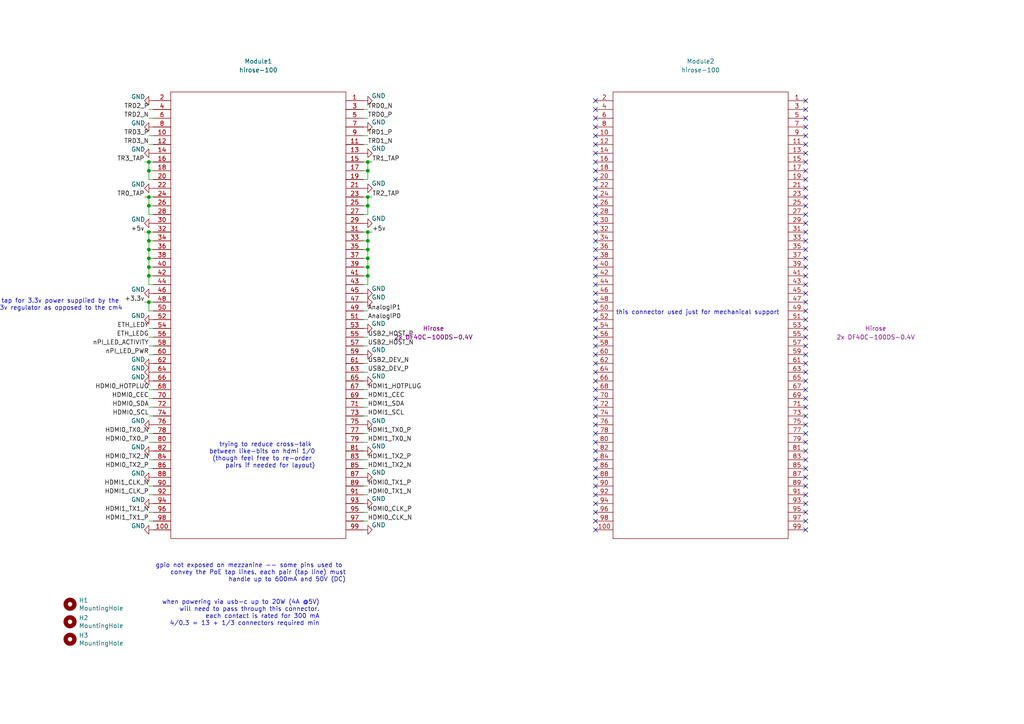
<source format=kicad_sch>
(kicad_sch (version 20210406) (generator eeschema)
  (paper "A4")
  (lib_symbols
    (symbol "Mechanical:MountingHole" (pin_names (offset 1.016))
      (property "Reference" "H" (at 0 5.08 0))
      (property "Value" "MountingHole" (at 0 3.175 0))
      (symbol "MountingHole_0_1"
        (circle (center 0 0) (radius 1.27) (stroke (width 1.27)))
      )
    )
    (symbol "cm4crypto:hirose-100"
      (property "Reference" "Module" (at 2.54 68.58 0))
      (property "Value" "hirose-100" (at -21.59 66.04 0))
      (property "Field4" "Hirose" (at 48.26 -5.08 0))
      (property "Field5" "2x DF40C-100DS-0.4V" (at 48.26 -7.62 0))
      (symbol "hirose-100_1_1"
        (rectangle (start -27.94 -66.04) (end 22.86 63.5))
        (pin passive line (at 27.94 60.96 180) (length 5.08) (name "") (number "1"))
        (pin passive line (at -33.02 50.8 0) (length 5.08) (name "") (number "10"))
        (pin passive line (at -33.02 -63.5 0) (length 5.08) (name "") (number "100"))
        (pin passive line (at 27.94 48.26 180) (length 5.08) (name "") (number "11"))
        (pin passive line (at -33.02 48.26 0) (length 5.08) (name "") (number "12"))
        (pin passive line (at 27.94 45.72 180) (length 5.08) (name "") (number "13"))
        (pin passive line (at -33.02 45.72 0) (length 5.08) (name "") (number "14"))
        (pin passive line (at 27.94 43.18 180) (length 5.08) (name "") (number "15"))
        (pin passive line (at -33.02 43.18 0) (length 5.08) (name "") (number "16"))
        (pin passive line (at 27.94 40.64 180) (length 5.08) (name "") (number "17"))
        (pin passive line (at -33.02 40.64 0) (length 5.08) (name "") (number "18"))
        (pin passive line (at 27.94 38.1 180) (length 5.08) (name "") (number "19"))
        (pin passive line (at -33.02 60.96 0) (length 5.08) (name "") (number "2"))
        (pin passive line (at -33.02 38.1 0) (length 5.08) (name "") (number "20"))
        (pin passive line (at 27.94 35.56 180) (length 5.08) (name "") (number "21"))
        (pin passive line (at -33.02 35.56 0) (length 5.08) (name "") (number "22"))
        (pin passive line (at 27.94 33.02 180) (length 5.08) (name "") (number "23"))
        (pin passive line (at -33.02 33.02 0) (length 5.08) (name "") (number "24"))
        (pin passive line (at 27.94 30.48 180) (length 5.08) (name "") (number "25"))
        (pin passive line (at -33.02 30.48 0) (length 5.08) (name "") (number "26"))
        (pin passive line (at 27.94 27.94 180) (length 5.08) (name "") (number "27"))
        (pin passive line (at -33.02 27.94 0) (length 5.08) (name "") (number "28"))
        (pin passive line (at 27.94 25.4 180) (length 5.08) (name "") (number "29"))
        (pin passive line (at 27.94 58.42 180) (length 5.08) (name "") (number "3"))
        (pin passive line (at -33.02 25.4 0) (length 5.08) (name "") (number "30"))
        (pin passive line (at 27.94 22.86 180) (length 5.08) (name "") (number "31"))
        (pin passive line (at -33.02 22.86 0) (length 5.08) (name "") (number "32"))
        (pin passive line (at 27.94 20.32 180) (length 5.08) (name "") (number "33"))
        (pin passive line (at -33.02 20.32 0) (length 5.08) (name "") (number "34"))
        (pin passive line (at 27.94 17.78 180) (length 5.08) (name "") (number "35"))
        (pin passive line (at -33.02 17.78 0) (length 5.08) (name "") (number "36"))
        (pin passive line (at 27.94 15.24 180) (length 5.08) (name "") (number "37"))
        (pin passive line (at -33.02 15.24 0) (length 5.08) (name "") (number "38"))
        (pin passive line (at 27.94 12.7 180) (length 5.08) (name "") (number "39"))
        (pin passive line (at -33.02 58.42 0) (length 5.08) (name "") (number "4"))
        (pin passive line (at -33.02 12.7 0) (length 5.08) (name "") (number "40"))
        (pin passive line (at 27.94 10.16 180) (length 5.08) (name "") (number "41"))
        (pin passive line (at -33.02 10.16 0) (length 5.08) (name "") (number "42"))
        (pin passive line (at 27.94 7.62 180) (length 5.08) (name "") (number "43"))
        (pin passive line (at -33.02 7.62 0) (length 5.08) (name "") (number "44"))
        (pin passive line (at 27.94 5.08 180) (length 5.08) (name "") (number "45"))
        (pin passive line (at -33.02 5.08 0) (length 5.08) (name "") (number "46"))
        (pin passive line (at 27.94 2.54 180) (length 5.08) (name "") (number "47"))
        (pin passive line (at -33.02 2.54 0) (length 5.08) (name "") (number "48"))
        (pin passive line (at 27.94 0 180) (length 5.08) (name "") (number "49"))
        (pin passive line (at 27.94 55.88 180) (length 5.08) (name "") (number "5"))
        (pin passive line (at -33.02 0 0) (length 5.08) (name "") (number "50"))
        (pin passive line (at 27.94 -2.54 180) (length 5.08) (name "") (number "51"))
        (pin passive line (at -33.02 -2.54 0) (length 5.08) (name "") (number "52"))
        (pin passive line (at 27.94 -5.08 180) (length 5.08) (name "") (number "53"))
        (pin passive line (at -33.02 -5.08 0) (length 5.08) (name "") (number "54"))
        (pin passive line (at 27.94 -7.62 180) (length 5.08) (name "") (number "55"))
        (pin passive line (at -33.02 -7.62 0) (length 5.08) (name "") (number "56"))
        (pin passive line (at 27.94 -10.16 180) (length 5.08) (name "") (number "57"))
        (pin passive line (at -33.02 -10.16 0) (length 5.08) (name "") (number "58"))
        (pin passive line (at 27.94 -12.7 180) (length 5.08) (name "") (number "59"))
        (pin passive line (at -33.02 55.88 0) (length 5.08) (name "") (number "6"))
        (pin passive line (at -33.02 -12.7 0) (length 5.08) (name "") (number "60"))
        (pin passive line (at 27.94 -15.24 180) (length 5.08) (name "") (number "61"))
        (pin passive line (at -33.02 -15.24 0) (length 5.08) (name "") (number "62"))
        (pin passive line (at 27.94 -17.78 180) (length 5.08) (name "") (number "63"))
        (pin passive line (at -33.02 -17.78 0) (length 5.08) (name "") (number "64"))
        (pin passive line (at 27.94 -20.32 180) (length 5.08) (name "") (number "65"))
        (pin passive line (at -33.02 -20.32 0) (length 5.08) (name "") (number "66"))
        (pin passive line (at 27.94 -22.86 180) (length 5.08) (name "") (number "67"))
        (pin passive line (at -33.02 -22.86 0) (length 5.08) (name "") (number "68"))
        (pin passive line (at 27.94 -25.4 180) (length 5.08) (name "") (number "69"))
        (pin passive line (at 27.94 53.34 180) (length 5.08) (name "") (number "7"))
        (pin passive line (at -33.02 -25.4 0) (length 5.08) (name "") (number "70"))
        (pin passive line (at 27.94 -27.94 180) (length 5.08) (name "") (number "71"))
        (pin passive line (at -33.02 -27.94 0) (length 5.08) (name "") (number "72"))
        (pin passive line (at 27.94 -30.48 180) (length 5.08) (name "") (number "73"))
        (pin passive line (at -33.02 -30.48 0) (length 5.08) (name "") (number "74"))
        (pin passive line (at 27.94 -33.02 180) (length 5.08) (name "") (number "75"))
        (pin passive line (at -33.02 -33.02 0) (length 5.08) (name "") (number "76"))
        (pin passive line (at 27.94 -35.56 180) (length 5.08) (name "") (number "77"))
        (pin passive line (at -33.02 -35.56 0) (length 5.08) (name "") (number "78"))
        (pin passive line (at 27.94 -38.1 180) (length 5.08) (name "") (number "79"))
        (pin passive line (at -33.02 53.34 0) (length 5.08) (name "") (number "8"))
        (pin passive line (at -33.02 -38.1 0) (length 5.08) (name "") (number "80"))
        (pin passive line (at 27.94 -40.64 180) (length 5.08) (name "") (number "81"))
        (pin passive line (at -33.02 -40.64 0) (length 5.08) (name "") (number "82"))
        (pin passive line (at 27.94 -43.18 180) (length 5.08) (name "") (number "83"))
        (pin passive line (at -33.02 -43.18 0) (length 5.08) (name "") (number "84"))
        (pin passive line (at 27.94 -45.72 180) (length 5.08) (name "") (number "85"))
        (pin passive line (at -33.02 -45.72 0) (length 5.08) (name "") (number "86"))
        (pin passive line (at 27.94 -48.26 180) (length 5.08) (name "") (number "87"))
        (pin passive line (at -33.02 -48.26 0) (length 5.08) (name "") (number "88"))
        (pin passive line (at 27.94 -50.8 180) (length 5.08) (name "") (number "89"))
        (pin passive line (at 27.94 50.8 180) (length 5.08) (name "") (number "9"))
        (pin passive line (at -33.02 -50.8 0) (length 5.08) (name "") (number "90"))
        (pin passive line (at 27.94 -53.34 180) (length 5.08) (name "") (number "91"))
        (pin passive line (at -33.02 -53.34 0) (length 5.08) (name "") (number "92"))
        (pin passive line (at 27.94 -55.88 180) (length 5.08) (name "") (number "93"))
        (pin passive line (at -33.02 -55.88 0) (length 5.08) (name "") (number "94"))
        (pin passive line (at 27.94 -58.42 180) (length 5.08) (name "") (number "95"))
        (pin passive line (at -33.02 -58.42 0) (length 5.08) (name "") (number "96"))
        (pin passive line (at 27.94 -60.96 180) (length 5.08) (name "") (number "97"))
        (pin passive line (at -33.02 -60.96 0) (length 5.08) (name "") (number "98"))
        (pin passive line (at 27.94 -63.5 180) (length 5.08) (name "") (number "99"))
      )
    )
    (symbol "power:GND" (power) (pin_names (offset 0))
      (property "Value" "GND" (at 0 -3.81 0))
      (symbol "GND_0_1"
        (polyline (pts (xy 0 0) (xy 0 -1.27) (xy 1.27 -1.27) (xy 0 -2.54) (xy -1.27 -1.27) (xy 0 -1.27)))
      )
      (symbol "GND_1_1"
        (pin power_in line (at 0 0 270) (length 0) hide (name "GND") (number "1"))
      )
    )
  )
  (junction (at 17.78 222.25) (diameter 0.9144))
  (junction (at 43.18 46.99) (diameter 0.9144))
  (junction (at 43.18 49.53) (diameter 0.9144))
  (junction (at 43.18 57.15) (diameter 0.9144))
  (junction (at 43.18 59.69) (diameter 0.9144))
  (junction (at 43.18 67.31) (diameter 0.9144))
  (junction (at 43.18 69.85) (diameter 0.9144))
  (junction (at 43.18 72.39) (diameter 0.9144))
  (junction (at 43.18 74.93) (diameter 0.9144))
  (junction (at 43.18 77.47) (diameter 0.9144))
  (junction (at 43.18 80.01) (diameter 0.9144))
  (junction (at 43.18 87.63) (diameter 0.9144))
  (junction (at 106.68 46.99) (diameter 0.9144))
  (junction (at 106.68 49.53) (diameter 0.9144))
  (junction (at 106.68 57.15) (diameter 0.9144))
  (junction (at 106.68 59.69) (diameter 0.9144))
  (junction (at 106.68 67.31) (diameter 0.9144))
  (junction (at 106.68 69.85) (diameter 0.9144))
  (junction (at 106.68 72.39) (diameter 0.9144))
  (junction (at 106.68 74.93) (diameter 0.9144))
  (junction (at 106.68 77.47) (diameter 0.9144))
  (junction (at 106.68 80.01) (diameter 0.9144))
  (no_connect (at 172.72 29.21))
  (no_connect (at 172.72 31.75))
  (no_connect (at 172.72 34.29))
  (no_connect (at 172.72 36.83))
  (no_connect (at 172.72 39.37))
  (no_connect (at 172.72 41.91))
  (no_connect (at 172.72 44.45))
  (no_connect (at 172.72 46.99))
  (no_connect (at 172.72 49.53))
  (no_connect (at 172.72 52.07))
  (no_connect (at 172.72 54.61))
  (no_connect (at 172.72 57.15))
  (no_connect (at 172.72 59.69))
  (no_connect (at 172.72 62.23))
  (no_connect (at 172.72 64.77))
  (no_connect (at 172.72 67.31))
  (no_connect (at 172.72 69.85))
  (no_connect (at 172.72 72.39))
  (no_connect (at 172.72 74.93))
  (no_connect (at 172.72 77.47))
  (no_connect (at 172.72 80.01))
  (no_connect (at 172.72 82.55))
  (no_connect (at 172.72 85.09))
  (no_connect (at 172.72 87.63))
  (no_connect (at 172.72 90.17))
  (no_connect (at 172.72 92.71))
  (no_connect (at 172.72 95.25))
  (no_connect (at 172.72 97.79))
  (no_connect (at 172.72 100.33))
  (no_connect (at 172.72 102.87))
  (no_connect (at 172.72 105.41))
  (no_connect (at 172.72 107.95))
  (no_connect (at 172.72 110.49))
  (no_connect (at 172.72 113.03))
  (no_connect (at 172.72 115.57))
  (no_connect (at 172.72 118.11))
  (no_connect (at 172.72 120.65))
  (no_connect (at 172.72 123.19))
  (no_connect (at 172.72 125.73))
  (no_connect (at 172.72 128.27))
  (no_connect (at 172.72 130.81))
  (no_connect (at 172.72 133.35))
  (no_connect (at 172.72 135.89))
  (no_connect (at 172.72 138.43))
  (no_connect (at 172.72 140.97))
  (no_connect (at 172.72 143.51))
  (no_connect (at 172.72 146.05))
  (no_connect (at 172.72 148.59))
  (no_connect (at 172.72 151.13))
  (no_connect (at 172.72 153.67))
  (no_connect (at 233.68 29.21))
  (no_connect (at 233.68 31.75))
  (no_connect (at 233.68 34.29))
  (no_connect (at 233.68 36.83))
  (no_connect (at 233.68 39.37))
  (no_connect (at 233.68 41.91))
  (no_connect (at 233.68 44.45))
  (no_connect (at 233.68 46.99))
  (no_connect (at 233.68 49.53))
  (no_connect (at 233.68 52.07))
  (no_connect (at 233.68 54.61))
  (no_connect (at 233.68 57.15))
  (no_connect (at 233.68 59.69))
  (no_connect (at 233.68 62.23))
  (no_connect (at 233.68 64.77))
  (no_connect (at 233.68 67.31))
  (no_connect (at 233.68 69.85))
  (no_connect (at 233.68 72.39))
  (no_connect (at 233.68 74.93))
  (no_connect (at 233.68 77.47))
  (no_connect (at 233.68 80.01))
  (no_connect (at 233.68 82.55))
  (no_connect (at 233.68 85.09))
  (no_connect (at 233.68 87.63))
  (no_connect (at 233.68 90.17))
  (no_connect (at 233.68 92.71))
  (no_connect (at 233.68 95.25))
  (no_connect (at 233.68 97.79))
  (no_connect (at 233.68 100.33))
  (no_connect (at 233.68 102.87))
  (no_connect (at 233.68 105.41))
  (no_connect (at 233.68 107.95))
  (no_connect (at 233.68 110.49))
  (no_connect (at 233.68 113.03))
  (no_connect (at 233.68 115.57))
  (no_connect (at 233.68 118.11))
  (no_connect (at 233.68 120.65))
  (no_connect (at 233.68 123.19))
  (no_connect (at 233.68 125.73))
  (no_connect (at 233.68 128.27))
  (no_connect (at 233.68 130.81))
  (no_connect (at 233.68 133.35))
  (no_connect (at 233.68 135.89))
  (no_connect (at 233.68 138.43))
  (no_connect (at 233.68 140.97))
  (no_connect (at 233.68 143.51))
  (no_connect (at 233.68 146.05))
  (no_connect (at 233.68 148.59))
  (no_connect (at 233.68 151.13))
  (no_connect (at 233.68 153.67))
  (wire (pts (xy 16.51 222.25) (xy 17.78 222.25)))
  (wire (pts (xy 17.78 222.25) (xy 17.78 241.3)))
  (wire (pts (xy 17.78 222.25) (xy 19.05 222.25)))
  (wire (pts (xy 17.78 250.19) (xy 19.05 250.19)))
  (wire (pts (xy 19.05 241.3) (xy 17.78 241.3)))
  (wire (pts (xy 41.91 46.99) (xy 43.18 46.99)))
  (wire (pts (xy 41.91 57.15) (xy 43.18 57.15)))
  (wire (pts (xy 41.91 67.31) (xy 43.18 67.31)))
  (wire (pts (xy 41.91 87.63) (xy 43.18 87.63)))
  (wire (pts (xy 43.18 46.99) (xy 43.18 49.53)))
  (wire (pts (xy 43.18 49.53) (xy 43.18 52.07)))
  (wire (pts (xy 43.18 57.15) (xy 43.18 59.69)))
  (wire (pts (xy 43.18 57.15) (xy 44.45 57.15)))
  (wire (pts (xy 43.18 59.69) (xy 43.18 62.23)))
  (wire (pts (xy 43.18 59.69) (xy 44.45 59.69)))
  (wire (pts (xy 43.18 62.23) (xy 44.45 62.23)))
  (wire (pts (xy 43.18 67.31) (xy 43.18 69.85)))
  (wire (pts (xy 43.18 69.85) (xy 43.18 72.39)))
  (wire (pts (xy 43.18 72.39) (xy 43.18 74.93)))
  (wire (pts (xy 43.18 74.93) (xy 43.18 77.47)))
  (wire (pts (xy 43.18 77.47) (xy 43.18 80.01)))
  (wire (pts (xy 43.18 80.01) (xy 44.45 80.01)))
  (wire (pts (xy 43.18 82.55) (xy 43.18 80.01)))
  (wire (pts (xy 43.18 87.63) (xy 43.18 90.17)))
  (wire (pts (xy 43.18 87.63) (xy 44.45 87.63)))
  (wire (pts (xy 43.18 90.17) (xy 44.45 90.17)))
  (wire (pts (xy 43.18 120.65) (xy 44.45 120.65)))
  (wire (pts (xy 43.18 125.73) (xy 44.45 125.73)))
  (wire (pts (xy 43.18 128.27) (xy 44.45 128.27)))
  (wire (pts (xy 43.18 133.35) (xy 44.45 133.35)))
  (wire (pts (xy 43.18 135.89) (xy 44.45 135.89)))
  (wire (pts (xy 43.18 140.97) (xy 44.45 140.97)))
  (wire (pts (xy 43.18 143.51) (xy 44.45 143.51)))
  (wire (pts (xy 43.18 148.59) (xy 44.45 148.59)))
  (wire (pts (xy 43.18 151.13) (xy 44.45 151.13)))
  (wire (pts (xy 43.18 222.25) (xy 44.45 222.25)))
  (wire (pts (xy 43.18 224.79) (xy 44.45 224.79)))
  (wire (pts (xy 43.18 228.6) (xy 44.45 228.6)))
  (wire (pts (xy 43.18 231.14) (xy 44.45 231.14)))
  (wire (pts (xy 43.18 234.95) (xy 44.45 234.95)))
  (wire (pts (xy 43.18 237.49) (xy 44.45 237.49)))
  (wire (pts (xy 43.18 250.19) (xy 44.45 250.19)))
  (wire (pts (xy 43.18 252.73) (xy 44.45 252.73)))
  (wire (pts (xy 43.18 255.27) (xy 44.45 255.27)))
  (wire (pts (xy 43.18 257.81) (xy 44.45 257.81)))
  (wire (pts (xy 43.18 260.35) (xy 44.45 260.35)))
  (wire (pts (xy 43.18 262.89) (xy 44.45 262.89)))
  (wire (pts (xy 43.18 265.43) (xy 44.45 265.43)))
  (wire (pts (xy 43.18 267.97) (xy 44.45 267.97)))
  (wire (pts (xy 43.18 270.51) (xy 44.45 270.51)))
  (wire (pts (xy 43.18 273.05) (xy 44.45 273.05)))
  (wire (pts (xy 43.18 275.59) (xy 44.45 275.59)))
  (wire (pts (xy 43.18 278.13) (xy 44.45 278.13)))
  (wire (pts (xy 43.18 283.21) (xy 44.45 283.21)))
  (wire (pts (xy 43.18 285.75) (xy 44.45 285.75)))
  (wire (pts (xy 43.18 288.29) (xy 44.45 288.29)))
  (wire (pts (xy 43.18 290.83) (xy 44.45 290.83)))
  (wire (pts (xy 43.18 293.37) (xy 44.45 293.37)))
  (wire (pts (xy 43.18 295.91) (xy 44.45 295.91)))
  (wire (pts (xy 43.18 298.45) (xy 44.45 298.45)))
  (wire (pts (xy 43.18 300.99) (xy 44.45 300.99)))
  (wire (pts (xy 43.18 303.53) (xy 44.45 303.53)))
  (wire (pts (xy 43.18 306.07) (xy 44.45 306.07)))
  (wire (pts (xy 43.18 308.61) (xy 44.45 308.61)))
  (wire (pts (xy 43.18 311.15) (xy 44.45 311.15)))
  (wire (pts (xy 44.45 31.75) (xy 43.18 31.75)))
  (wire (pts (xy 44.45 34.29) (xy 43.18 34.29)))
  (wire (pts (xy 44.45 39.37) (xy 43.18 39.37)))
  (wire (pts (xy 44.45 41.91) (xy 43.18 41.91)))
  (wire (pts (xy 44.45 46.99) (xy 43.18 46.99)))
  (wire (pts (xy 44.45 49.53) (xy 43.18 49.53)))
  (wire (pts (xy 44.45 52.07) (xy 43.18 52.07)))
  (wire (pts (xy 44.45 67.31) (xy 43.18 67.31)))
  (wire (pts (xy 44.45 69.85) (xy 43.18 69.85)))
  (wire (pts (xy 44.45 72.39) (xy 43.18 72.39)))
  (wire (pts (xy 44.45 74.93) (xy 43.18 74.93)))
  (wire (pts (xy 44.45 77.47) (xy 43.18 77.47)))
  (wire (pts (xy 44.45 82.55) (xy 43.18 82.55)))
  (wire (pts (xy 44.45 95.25) (xy 43.18 95.25)))
  (wire (pts (xy 44.45 97.79) (xy 43.18 97.79)))
  (wire (pts (xy 44.45 100.33) (xy 43.18 100.33)))
  (wire (pts (xy 44.45 102.87) (xy 43.18 102.87)))
  (wire (pts (xy 44.45 113.03) (xy 43.18 113.03)))
  (wire (pts (xy 44.45 115.57) (xy 43.18 115.57)))
  (wire (pts (xy 44.45 118.11) (xy 43.18 118.11)))
  (wire (pts (xy 72.39 222.25) (xy 73.66 222.25)))
  (wire (pts (xy 72.39 248.92) (xy 73.66 248.92)))
  (wire (pts (xy 92.71 248.92) (xy 93.98 248.92)))
  (wire (pts (xy 92.71 251.46) (xy 93.98 251.46)))
  (wire (pts (xy 92.71 255.27) (xy 93.98 255.27)))
  (wire (pts (xy 92.71 257.81) (xy 93.98 257.81)))
  (wire (pts (xy 92.71 261.62) (xy 93.98 261.62)))
  (wire (pts (xy 92.71 264.16) (xy 93.98 264.16)))
  (wire (pts (xy 92.71 267.97) (xy 93.98 267.97)))
  (wire (pts (xy 92.71 270.51) (xy 93.98 270.51)))
  (wire (pts (xy 92.71 274.32) (xy 93.98 274.32)))
  (wire (pts (xy 92.71 276.86) (xy 93.98 276.86)))
  (wire (pts (xy 92.71 280.67) (xy 93.98 280.67)))
  (wire (pts (xy 92.71 283.21) (xy 93.98 283.21)))
  (wire (pts (xy 92.71 285.75) (xy 93.98 285.75)))
  (wire (pts (xy 92.71 288.29) (xy 93.98 288.29)))
  (wire (pts (xy 97.79 222.25) (xy 99.06 222.25)))
  (wire (pts (xy 97.79 224.79) (xy 99.06 224.79)))
  (wire (pts (xy 105.41 46.99) (xy 106.68 46.99)))
  (wire (pts (xy 105.41 49.53) (xy 106.68 49.53)))
  (wire (pts (xy 105.41 67.31) (xy 106.68 67.31)))
  (wire (pts (xy 105.41 69.85) (xy 106.68 69.85)))
  (wire (pts (xy 105.41 72.39) (xy 106.68 72.39)))
  (wire (pts (xy 105.41 74.93) (xy 106.68 74.93)))
  (wire (pts (xy 105.41 77.47) (xy 106.68 77.47)))
  (wire (pts (xy 105.41 82.55) (xy 106.68 82.55)))
  (wire (pts (xy 105.41 97.79) (xy 106.68 97.79)))
  (wire (pts (xy 105.41 100.33) (xy 106.68 100.33)))
  (wire (pts (xy 105.41 105.41) (xy 106.68 105.41)))
  (wire (pts (xy 105.41 107.95) (xy 106.68 107.95)))
  (wire (pts (xy 105.41 113.03) (xy 106.68 113.03)))
  (wire (pts (xy 105.41 115.57) (xy 106.68 115.57)))
  (wire (pts (xy 105.41 118.11) (xy 106.68 118.11)))
  (wire (pts (xy 105.41 120.65) (xy 106.68 120.65)))
  (wire (pts (xy 106.68 31.75) (xy 105.41 31.75)))
  (wire (pts (xy 106.68 34.29) (xy 105.41 34.29)))
  (wire (pts (xy 106.68 39.37) (xy 105.41 39.37)))
  (wire (pts (xy 106.68 41.91) (xy 105.41 41.91)))
  (wire (pts (xy 106.68 46.99) (xy 106.68 49.53)))
  (wire (pts (xy 106.68 49.53) (xy 106.68 52.07)))
  (wire (pts (xy 106.68 52.07) (xy 105.41 52.07)))
  (wire (pts (xy 106.68 57.15) (xy 105.41 57.15)))
  (wire (pts (xy 106.68 57.15) (xy 106.68 59.69)))
  (wire (pts (xy 106.68 59.69) (xy 105.41 59.69)))
  (wire (pts (xy 106.68 59.69) (xy 106.68 62.23)))
  (wire (pts (xy 106.68 62.23) (xy 105.41 62.23)))
  (wire (pts (xy 106.68 67.31) (xy 106.68 69.85)))
  (wire (pts (xy 106.68 69.85) (xy 106.68 72.39)))
  (wire (pts (xy 106.68 72.39) (xy 106.68 74.93)))
  (wire (pts (xy 106.68 74.93) (xy 106.68 77.47)))
  (wire (pts (xy 106.68 77.47) (xy 106.68 80.01)))
  (wire (pts (xy 106.68 80.01) (xy 105.41 80.01)))
  (wire (pts (xy 106.68 82.55) (xy 106.68 80.01)))
  (wire (pts (xy 106.68 90.17) (xy 105.41 90.17)))
  (wire (pts (xy 106.68 92.71) (xy 105.41 92.71)))
  (wire (pts (xy 106.68 125.73) (xy 105.41 125.73)))
  (wire (pts (xy 106.68 128.27) (xy 105.41 128.27)))
  (wire (pts (xy 106.68 133.35) (xy 105.41 133.35)))
  (wire (pts (xy 106.68 135.89) (xy 105.41 135.89)))
  (wire (pts (xy 106.68 140.97) (xy 105.41 140.97)))
  (wire (pts (xy 106.68 143.51) (xy 105.41 143.51)))
  (wire (pts (xy 106.68 148.59) (xy 105.41 148.59)))
  (wire (pts (xy 106.68 151.13) (xy 105.41 151.13)))
  (wire (pts (xy 107.95 46.99) (xy 106.68 46.99)))
  (wire (pts (xy 107.95 57.15) (xy 106.68 57.15)))
  (wire (pts (xy 107.95 67.31) (xy 106.68 67.31)))
  (text "this is a tap for 3.3v power supplied by the \nmain 3.3v regulator as opposed to the cm4" (at 35.56 90.17 0) (effects (font (size 1.27 1.27)) (justify right bottom)))
  (text "trying to reduce cross-talk \nbetween like-bits on hdmi 1/0\n(though feel free to re-order \npairs if needed for layout)" (at 91.44 135.89 0) (effects (font (size 1.27 1.27)) (justify right bottom)))
  (text "when powering via usb-c up to 20W (4A @5V)\nwill need to pass through this connector.\neach contact is rated for 300 mA\n4/0.3 = 13 + 1/3 connectors required min" (at 92.71 181.61 0) (effects (font (size 1.27 1.27)) (justify right bottom)))
  (text "gpio not exposed on mezzanine -- some pins used to \nconvey the PoE tap lines. each pair (tap line) must\nhandle up to 600mA and 50V (DC)" (at 100.33 168.91 0) (effects (font (size 1.27 1.27)) (justify right bottom)))
  (text "this connector used just for mechanical support" (at 226.06 91.44 180) (effects (font (size 1.27 1.27)) (justify right bottom)))
  (label "+5v" (at 16.51 222.25 180))
  (label "+5v" (at 17.78 250.19 180))
  (label "TR3_TAP" (at 41.91 46.99 180))
  (label "TR0_TAP" (at 41.91 57.15 180))
  (label "+5v" (at 41.91 67.31 180))
  (label "+3.3v" (at 41.91 87.63 180))
  (label "TRD2_P" (at 43.18 31.75 180))
  (label "TRD2_N" (at 43.18 34.29 180))
  (label "TRD3_P" (at 43.18 39.37 180))
  (label "TRD3_N" (at 43.18 41.91 180))
  (label "ETH_LEDY" (at 43.18 95.25 180))
  (label "ETH_LEDG" (at 43.18 97.79 180))
  (label "nPI_LED_ACTIVITY" (at 43.18 100.33 180))
  (label "nPI_LED_PWR" (at 43.18 102.87 180))
  (label "HDMI0_HOTPLUG" (at 43.18 113.03 180))
  (label "HDMI0_CEC" (at 43.18 115.57 180))
  (label "HDMI0_SDA" (at 43.18 118.11 180))
  (label "HDMI0_SCL" (at 43.18 120.65 180))
  (label "HDMI0_TX0_N" (at 43.18 125.73 180))
  (label "HDMI0_TX0_P" (at 43.18 128.27 180))
  (label "HDMI0_TX2_N" (at 43.18 133.35 180))
  (label "HDMI0_TX2_P" (at 43.18 135.89 180))
  (label "HDMI1_CLK_N" (at 43.18 140.97 180))
  (label "HDMI1_CLK_P" (at 43.18 143.51 180))
  (label "HDMI1_TX1_N" (at 43.18 148.59 180))
  (label "HDMI1_TX1_P" (at 43.18 151.13 180))
  (label "USB2_HOST_N" (at 44.45 222.25 0))
  (label "USB2_HOST_P" (at 44.45 224.79 0))
  (label "USB2_DEV_P" (at 44.45 228.6 0))
  (label "USB2_DEV_N" (at 44.45 231.14 0))
  (label "AnalogIP0" (at 44.45 234.95 0))
  (label "AnalogIP1" (at 44.45 237.49 0))
  (label "HDMI0_TX2_N" (at 44.45 250.19 0))
  (label "HDMI0_TX2_P" (at 44.45 252.73 0))
  (label "HDMI0_TX1_N" (at 44.45 255.27 0))
  (label "HDMI0_TX1_P" (at 44.45 257.81 0))
  (label "HDMI0_TX0_N" (at 44.45 260.35 0))
  (label "HDMI0_TX0_P" (at 44.45 262.89 0))
  (label "HDMI0_CLK_N" (at 44.45 265.43 0))
  (label "HDMI0_CLK_P" (at 44.45 267.97 0))
  (label "HDMI0_CEC" (at 44.45 270.51 0))
  (label "HDMI0_SCL" (at 44.45 273.05 0))
  (label "HDMI0_SDA" (at 44.45 275.59 0))
  (label "HDMI0_HOTPLUG" (at 44.45 278.13 0))
  (label "HDMI1_TX2_N" (at 44.45 283.21 0))
  (label "HDMI1_TX2_P" (at 44.45 285.75 0))
  (label "HDMI1_TX1_N" (at 44.45 288.29 0))
  (label "HDMI1_TX1_P" (at 44.45 290.83 0))
  (label "HDMI1_TX0_N" (at 44.45 293.37 0))
  (label "HDMI1_TX0_P" (at 44.45 295.91 0))
  (label "HDMI1_CLK_N" (at 44.45 298.45 0))
  (label "HDMI1_CLK_P" (at 44.45 300.99 0))
  (label "HDMI1_CEC" (at 44.45 303.53 0))
  (label "HDMI1_SCL" (at 44.45 306.07 0))
  (label "HDMI1_SDA" (at 44.45 308.61 0))
  (label "HDMI1_HOTPLUG" (at 44.45 311.15 0))
  (label "+3.3v" (at 72.39 222.25 180))
  (label "+3.3v" (at 72.39 248.92 180))
  (label "TRD3_N" (at 93.98 248.92 0))
  (label "TRD3_P" (at 93.98 251.46 0))
  (label "TRD2_N" (at 93.98 255.27 0))
  (label "TRD2_P" (at 93.98 257.81 0))
  (label "TRD1_N" (at 93.98 261.62 0))
  (label "TRD1_P" (at 93.98 264.16 0))
  (label "TRD0_N" (at 93.98 267.97 0))
  (label "TRD0_P" (at 93.98 270.51 0))
  (label "ETH_LEDG" (at 93.98 274.32 0))
  (label "ETH_LEDY" (at 93.98 276.86 0))
  (label "TR0_TAP" (at 93.98 280.67 0))
  (label "TR1_TAP" (at 93.98 283.21 0))
  (label "TR2_TAP" (at 93.98 285.75 0))
  (label "TR3_TAP" (at 93.98 288.29 0))
  (label "nPI_LED_PWR" (at 99.06 222.25 0))
  (label "nPI_LED_ACTIVITY" (at 99.06 224.79 0))
  (label "TRD0_N" (at 106.68 31.75 0))
  (label "TRD0_P" (at 106.68 34.29 0))
  (label "TRD1_P" (at 106.68 39.37 0))
  (label "TRD1_N" (at 106.68 41.91 0))
  (label "AnalogIP1" (at 106.68 90.17 0))
  (label "AnalogIP0" (at 106.68 92.71 0))
  (label "USB2_HOST_P" (at 106.68 97.79 0))
  (label "USB2_HOST_N" (at 106.68 100.33 0))
  (label "USB2_DEV_N" (at 106.68 105.41 0))
  (label "USB2_DEV_P" (at 106.68 107.95 0))
  (label "HDMI1_HOTPLUG" (at 106.68 113.03 0))
  (label "HDMI1_CEC" (at 106.68 115.57 0))
  (label "HDMI1_SDA" (at 106.68 118.11 0))
  (label "HDMI1_SCL" (at 106.68 120.65 0))
  (label "HDMI1_TX0_P" (at 106.68 125.73 0))
  (label "HDMI1_TX0_N" (at 106.68 128.27 0))
  (label "HDMI1_TX2_P" (at 106.68 133.35 0))
  (label "HDMI1_TX2_N" (at 106.68 135.89 0))
  (label "HDMI0_TX1_P" (at 106.68 140.97 0))
  (label "HDMI0_TX1_N" (at 106.68 143.51 0))
  (label "HDMI0_CLK_P" (at 106.68 148.59 0))
  (label "HDMI0_CLK_N" (at 106.68 151.13 0))
  (label "TR1_TAP" (at 107.95 46.99 0))
  (label "TR2_TAP" (at 107.95 57.15 0))
  (label "+5v" (at 107.95 67.31 0))
  (symbol (lib_id "power:GND") (at 44.45 29.21 270) (unit 1)
    (property "Reference" "#PWR01" (effects hide))
    (property "Value" "GND" (at 40.0558 28.067 90))
  )
  (symbol (lib_id "power:GND") (at 44.45 36.83 270) (unit 1)
    (property "Reference" "#PWR03" (effects hide))
    (property "Value" "GND" (at 40.0558 35.687 90))
  )
  (symbol (lib_id "power:GND") (at 44.45 44.45 270) (unit 1)
    (property "Reference" "#PWR05" (effects hide))
    (property "Value" "GND" (at 40.0558 43.307 90))
  )
  (symbol (lib_id "power:GND") (at 44.45 54.61 270) (unit 1)
    (property "Reference" "#PWR07" (effects hide))
    (property "Value" "GND" (at 40.0558 53.467 90))
  )
  (symbol (lib_id "power:GND") (at 44.45 64.77 270) (unit 1)
    (property "Reference" "#PWR09" (effects hide))
    (property "Value" "GND" (at 40.0558 63.627 90))
  )
  (symbol (lib_id "power:GND") (at 44.45 85.09 270) (unit 1)
    (property "Reference" "#PWR011" (effects hide))
    (property "Value" "GND" (at 40.0558 83.947 90))
  )
  (symbol (lib_id "power:GND") (at 44.45 92.71 270) (unit 1)
    (property "Reference" "#PWR014" (effects hide))
    (property "Value" "GND" (at 40.0558 91.567 90))
  )
  (symbol (lib_id "power:GND") (at 44.45 105.41 270) (unit 1)
    (property "Reference" "#PWR017" (effects hide))
    (property "Value" "GND" (at 40.0558 104.267 90))
  )
  (symbol (lib_id "power:GND") (at 44.45 107.95 270) (unit 1)
    (property "Reference" "#PWR018" (effects hide))
    (property "Value" "GND" (at 40.0558 106.807 90))
  )
  (symbol (lib_id "power:GND") (at 44.45 110.49 270) (unit 1)
    (property "Reference" "#PWR019" (effects hide))
    (property "Value" "GND" (at 40.0558 109.347 90))
  )
  (symbol (lib_id "power:GND") (at 44.45 123.19 270) (unit 1)
    (property "Reference" "#PWR021" (effects hide))
    (property "Value" "GND" (at 40.0558 122.047 90))
  )
  (symbol (lib_id "power:GND") (at 44.45 130.81 270) (unit 1)
    (property "Reference" "#PWR023" (effects hide))
    (property "Value" "GND" (at 40.0558 129.667 90))
  )
  (symbol (lib_id "power:GND") (at 44.45 138.43 270) (unit 1)
    (property "Reference" "#PWR025" (effects hide))
    (property "Value" "GND" (at 40.0558 137.287 90))
  )
  (symbol (lib_id "power:GND") (at 44.45 146.05 270) (unit 1)
    (property "Reference" "#PWR027" (effects hide))
    (property "Value" "GND" (at 40.0558 144.907 90))
  )
  (symbol (lib_id "power:GND") (at 44.45 153.67 270) (unit 1)
    (property "Reference" "#PWR029" (effects hide))
    (property "Value" "GND" (at 40.0558 152.527 90))
  )
  (symbol (lib_id "power:GND") (at 105.41 29.21 90) (unit 1)
    (property "Reference" "#PWR02" (effects hide))
    (property "Value" "GND" (at 109.8042 27.813 90))
  )
  (symbol (lib_id "power:GND") (at 105.41 36.83 90) (unit 1)
    (property "Reference" "#PWR04" (effects hide))
    (property "Value" "GND" (at 109.8042 35.433 90))
  )
  (symbol (lib_id "power:GND") (at 105.41 44.45 90) (unit 1)
    (property "Reference" "#PWR06" (effects hide))
    (property "Value" "GND" (at 109.8042 43.053 90))
  )
  (symbol (lib_id "power:GND") (at 105.41 54.61 90) (unit 1)
    (property "Reference" "#PWR08" (effects hide))
    (property "Value" "GND" (at 109.8042 53.213 90))
  )
  (symbol (lib_id "power:GND") (at 105.41 64.77 90) (unit 1)
    (property "Reference" "#PWR010" (effects hide))
    (property "Value" "GND" (at 109.8042 63.373 90))
  )
  (symbol (lib_id "power:GND") (at 105.41 85.09 90) (unit 1)
    (property "Reference" "#PWR012" (effects hide))
    (property "Value" "GND" (at 109.8042 83.693 90))
  )
  (symbol (lib_id "power:GND") (at 105.41 87.63 90) (unit 1)
    (property "Reference" "#PWR013" (effects hide))
    (property "Value" "GND" (at 109.8042 86.233 90))
  )
  (symbol (lib_id "power:GND") (at 105.41 95.25 90) (unit 1)
    (property "Reference" "#PWR015" (effects hide))
    (property "Value" "GND" (at 109.8042 93.853 90))
  )
  (symbol (lib_id "power:GND") (at 105.41 102.87 90) (unit 1)
    (property "Reference" "#PWR016" (effects hide))
    (property "Value" "GND" (at 109.8042 101.473 90))
  )
  (symbol (lib_id "power:GND") (at 105.41 110.49 90) (unit 1)
    (property "Reference" "#PWR020" (effects hide))
    (property "Value" "GND" (at 109.8042 109.093 90))
  )
  (symbol (lib_id "power:GND") (at 105.41 123.19 90) (mirror x) (unit 1)
    (property "Reference" "#PWR022" (effects hide))
    (property "Value" "GND" (at 109.8042 122.047 90))
  )
  (symbol (lib_id "power:GND") (at 105.41 130.81 90) (unit 1)
    (property "Reference" "#PWR024" (effects hide))
    (property "Value" "GND" (at 109.8042 129.413 90))
  )
  (symbol (lib_id "power:GND") (at 105.41 138.43 90) (unit 1)
    (property "Reference" "#PWR026" (effects hide))
    (property "Value" "GND" (at 109.8042 137.033 90))
  )
  (symbol (lib_id "power:GND") (at 105.41 146.05 90) (unit 1)
    (property "Reference" "#PWR028" (effects hide))
    (property "Value" "GND" (at 109.8042 144.653 90))
  )
  (symbol (lib_id "power:GND") (at 105.41 153.67 90) (unit 1)
    (property "Reference" "#PWR030" (effects hide))
    (property "Value" "GND" (at 109.8042 152.273 90))
  )
  (symbol (lib_id "Mechanical:MountingHole") (at 20.32 175.26 0) (unit 1)
    (property "Reference" "H1" (at 22.86 174.117 0) (effects (justify left)))
    (property "Value" "MountingHole" (at 22.86 176.403 0) (effects (justify left)))
    (property "Footprint" "MountingHole:MountingHole_2.7mm_M2.5" (effects hide))
  )
  (symbol (lib_id "Mechanical:MountingHole") (at 20.32 180.34 0) (unit 1)
    (property "Reference" "H2" (at 22.86 179.197 0) (effects (justify left)))
    (property "Value" "MountingHole" (at 22.86 181.483 0) (effects (justify left)))
    (property "Footprint" "MountingHole:MountingHole_2.7mm_M2.5" (effects hide))
  )
  (symbol (lib_id "Mechanical:MountingHole") (at 20.32 185.42 0) (unit 1)
    (property "Reference" "H3" (at 22.86 184.277 0) (effects (justify left)))
    (property "Value" "MountingHole" (at 22.86 186.563 0) (effects (justify left)))
    (property "Footprint" "MountingHole:MountingHole_2.7mm_M2.5" (effects hide))
  )
  (symbol (lib_id "cm4crypto:hirose-100") (at 77.47 90.17 0) (unit 1)
    (property "Reference" "Module1" (at 74.93 17.78 0))
    (property "Value" "hirose-100" (at 74.93 20.32 0))
    (property "Footprint" "cm4crypto:DF40C-100DP-0.4V(51)" (effects hide))
    (property "Field4" "Hirose" (at 125.73 95.25 0))
    (property "Field5" "2x DF40C-100DS-0.4V" (at 125.73 97.79 0))
  )
  (symbol (lib_id "cm4crypto:hirose-100") (at 205.74 90.17 0) (unit 1)
    (property "Reference" "Module2" (at 203.2 17.78 0))
    (property "Value" "hirose-100" (at 203.2 20.32 0))
    (property "Footprint" "cm4crypto:DF40C-100DP-0.4V(51)" (effects hide))
    (property "Field4" "Hirose" (at 254 95.25 0))
    (property "Field5" "2x DF40C-100DS-0.4V" (at 254 97.79 0))
  )
  (sheet (at 73.66 246.38) (size 19.05 43.18) (stroke (width 0.0006))
    (property "Sheet name" "eth" (at 73.66 245.7443 0) (effects (justify left bottom)))
    (property "Sheet file" "./sheets/eth.kicad_sch" (effects hide))
    (pin "TRD2_N" bidirectional (at 92.71 255.27 0))
    (pin "TRD2_P" bidirectional (at 92.71 257.81 0))
    (pin "TRD3_P" bidirectional (at 92.71 251.46 0))
    (pin "TRD3_N" bidirectional (at 92.71 248.92 0))
    (pin "TRD0_P" bidirectional (at 92.71 270.51 0))
    (pin "TRD1_P" bidirectional (at 92.71 264.16 0))
    (pin "TRD1_N" bidirectional (at 92.71 261.62 0))
    (pin "TRD0_N" bidirectional (at 92.71 267.97 0))
    (pin "+3.3v" input (at 73.66 248.92 180))
    (pin "ETH_LEDG" input (at 92.71 274.32 0))
    (pin "ETH_LEDY" input (at 92.71 276.86 0))
    (pin "TR0_TAP" output (at 92.71 280.67 0))
    (pin "TR1_TAP" output (at 92.71 283.21 0))
    (pin "TR2_TAP" output (at 92.71 285.75 0))
    (pin "TR3_TAP" output (at 92.71 288.29 0))
  )
  (sheet (at 19.05 247.65) (size 24.13 66.04) (stroke (width 0.0006))
    (property "Sheet name" "hdmi" (at 19.05 247.0143 0) (effects (justify left bottom)))
    (property "Sheet file" "./sheets/hdmi.kicad_sch" (effects hide))
    (pin "HDMI0_HOTPLUG" output (at 43.18 278.13 0))
    (pin "HDMI0_TX1_P" input (at 43.18 257.81 0))
    (pin "HDMI0_TX1_N" input (at 43.18 255.27 0))
    (pin "HDMI0_TX2_N" input (at 43.18 250.19 0))
    (pin "HDMI0_TX2_P" input (at 43.18 252.73 0))
    (pin "HDMI0_TX0_P" input (at 43.18 262.89 0))
    (pin "HDMI0_CLK_P" input (at 43.18 267.97 0))
    (pin "HDMI0_CLK_N" input (at 43.18 265.43 0))
    (pin "HDMI0_TX0_N" input (at 43.18 260.35 0))
    (pin "HDMI0_SCL" input (at 43.18 273.05 0))
    (pin "HDMI0_SDA" bidirectional (at 43.18 275.59 0))
    (pin "HDMI0_CEC" input (at 43.18 270.51 0))
    (pin "+5v" input (at 19.05 250.19 180))
    (pin "HDMI1_TX1_P" input (at 43.18 290.83 0))
    (pin "HDMI1_TX1_N" input (at 43.18 288.29 0))
    (pin "HDMI1_TX0_P" input (at 43.18 295.91 0))
    (pin "HDMI1_TX2_N" input (at 43.18 283.21 0))
    (pin "HDMI1_TX0_N" input (at 43.18 293.37 0))
    (pin "HDMI1_TX2_P" input (at 43.18 285.75 0))
    (pin "HDMI1_CLK_P" input (at 43.18 300.99 0))
    (pin "HDMI1_CLK_N" input (at 43.18 298.45 0))
    (pin "HDMI1_CEC" input (at 43.18 303.53 0))
    (pin "HDMI1_SCL" input (at 43.18 306.07 0))
    (pin "HDMI1_SDA" bidirectional (at 43.18 308.61 0))
    (pin "HDMI1_HOTPLUG" output (at 43.18 311.15 0))
  )
  (sheet (at 73.66 219.71) (size 24.13 7.62) (stroke (width 0.0006))
    (property "Sheet name" "indication" (at 73.66 219.0743 0) (effects (justify left bottom)))
    (property "Sheet file" "./sheets/indication.kicad_sch" (effects hide))
    (pin "+3.3v" input (at 73.66 222.25 180))
    (pin "nPI_LED_PWR" input (at 97.79 222.25 0))
    (pin "nPI_LED_ACTIVITY" input (at 97.79 224.79 0))
  )
  (sheet (at 19.05 219.71) (size 24.13 24.13) (stroke (width 0.0006))
    (property "Sheet name" "usb" (at 19.05 219.0743 0) (effects (justify left bottom)))
    (property "Sheet file" "./sheets/usb.kicad_sch" (effects hide))
    (pin "+5v" input (at 19.05 222.25 180))
    (pin "USB2_HOST_N" bidirectional (at 43.18 222.25 0))
    (pin "USB2_HOST_P" bidirectional (at 43.18 224.79 0))
    (pin "USB2_DEV_N" bidirectional (at 43.18 231.14 0))
    (pin "USB2_DEV_P" bidirectional (at 43.18 228.6 0))
    (pin "USB2_DEV_VBUS" output (at 19.05 241.3 180))
    (pin "USB2_DEV_CC1" output (at 43.18 234.95 0))
    (pin "USB2_DEV_CC2" output (at 43.18 237.49 0))
  )
)
</source>
